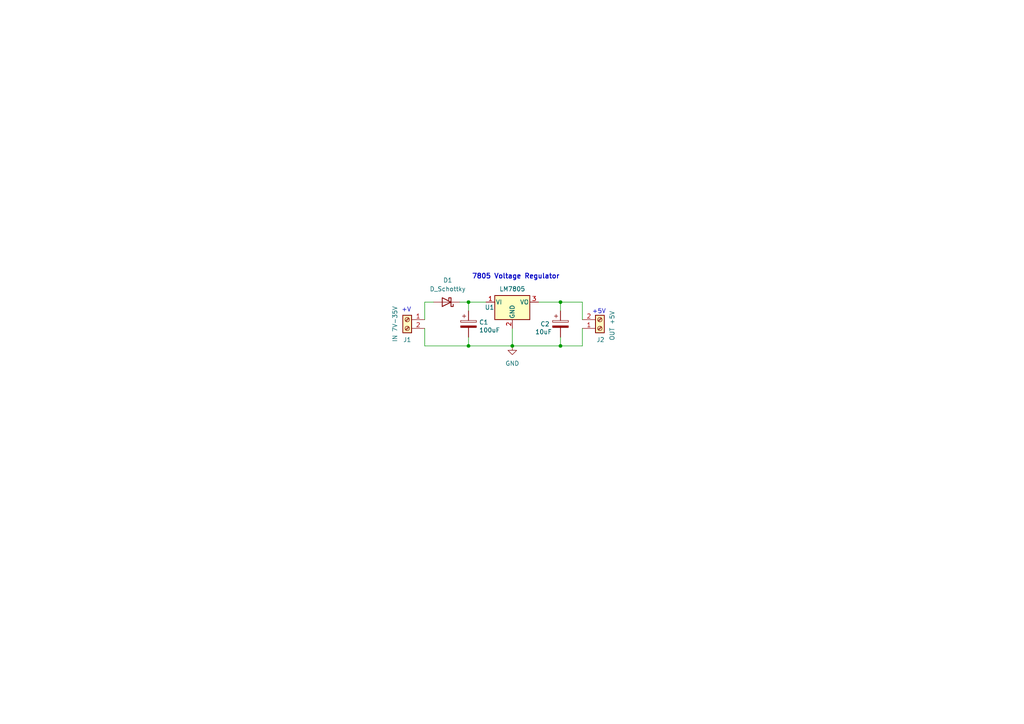
<source format=kicad_sch>
(kicad_sch
	(version 20250114)
	(generator "eeschema")
	(generator_version "9.0")
	(uuid "808cbb49-0dac-4c86-aa90-6f6fd077588f")
	(paper "A4")
	(title_block
		(title "7805 Voltage Regulator Circuit")
		(date "2025-06-4")
	)
	(lib_symbols
		(symbol "Connector:Screw_Terminal_01x02"
			(pin_names
				(offset 1.016)
				(hide yes)
			)
			(exclude_from_sim no)
			(in_bom yes)
			(on_board yes)
			(property "Reference" "J"
				(at 0 2.54 0)
				(effects
					(font
						(size 1.27 1.27)
					)
				)
			)
			(property "Value" "Screw_Terminal_01x02"
				(at 0 -5.08 0)
				(effects
					(font
						(size 1.27 1.27)
					)
				)
			)
			(property "Footprint" ""
				(at 0 0 0)
				(effects
					(font
						(size 1.27 1.27)
					)
					(hide yes)
				)
			)
			(property "Datasheet" "~"
				(at 0 0 0)
				(effects
					(font
						(size 1.27 1.27)
					)
					(hide yes)
				)
			)
			(property "Description" "Generic screw terminal, single row, 01x02, script generated (kicad-library-utils/schlib/autogen/connector/)"
				(at 0 0 0)
				(effects
					(font
						(size 1.27 1.27)
					)
					(hide yes)
				)
			)
			(property "ki_keywords" "screw terminal"
				(at 0 0 0)
				(effects
					(font
						(size 1.27 1.27)
					)
					(hide yes)
				)
			)
			(property "ki_fp_filters" "TerminalBlock*:*"
				(at 0 0 0)
				(effects
					(font
						(size 1.27 1.27)
					)
					(hide yes)
				)
			)
			(symbol "Screw_Terminal_01x02_1_1"
				(rectangle
					(start -1.27 1.27)
					(end 1.27 -3.81)
					(stroke
						(width 0.254)
						(type default)
					)
					(fill
						(type background)
					)
				)
				(polyline
					(pts
						(xy -0.5334 0.3302) (xy 0.3302 -0.508)
					)
					(stroke
						(width 0.1524)
						(type default)
					)
					(fill
						(type none)
					)
				)
				(polyline
					(pts
						(xy -0.5334 -2.2098) (xy 0.3302 -3.048)
					)
					(stroke
						(width 0.1524)
						(type default)
					)
					(fill
						(type none)
					)
				)
				(polyline
					(pts
						(xy -0.3556 0.508) (xy 0.508 -0.3302)
					)
					(stroke
						(width 0.1524)
						(type default)
					)
					(fill
						(type none)
					)
				)
				(polyline
					(pts
						(xy -0.3556 -2.032) (xy 0.508 -2.8702)
					)
					(stroke
						(width 0.1524)
						(type default)
					)
					(fill
						(type none)
					)
				)
				(circle
					(center 0 0)
					(radius 0.635)
					(stroke
						(width 0.1524)
						(type default)
					)
					(fill
						(type none)
					)
				)
				(circle
					(center 0 -2.54)
					(radius 0.635)
					(stroke
						(width 0.1524)
						(type default)
					)
					(fill
						(type none)
					)
				)
				(pin passive line
					(at -5.08 0 0)
					(length 3.81)
					(name "Pin_1"
						(effects
							(font
								(size 1.27 1.27)
							)
						)
					)
					(number "1"
						(effects
							(font
								(size 1.27 1.27)
							)
						)
					)
				)
				(pin passive line
					(at -5.08 -2.54 0)
					(length 3.81)
					(name "Pin_2"
						(effects
							(font
								(size 1.27 1.27)
							)
						)
					)
					(number "2"
						(effects
							(font
								(size 1.27 1.27)
							)
						)
					)
				)
			)
			(embedded_fonts no)
		)
		(symbol "Device:C_Polarized"
			(pin_numbers
				(hide yes)
			)
			(pin_names
				(offset 0.254)
			)
			(exclude_from_sim no)
			(in_bom yes)
			(on_board yes)
			(property "Reference" "C"
				(at 0.635 2.54 0)
				(effects
					(font
						(size 1.27 1.27)
					)
					(justify left)
				)
			)
			(property "Value" "C_Polarized"
				(at 0.635 -2.54 0)
				(effects
					(font
						(size 1.27 1.27)
					)
					(justify left)
				)
			)
			(property "Footprint" ""
				(at 0.9652 -3.81 0)
				(effects
					(font
						(size 1.27 1.27)
					)
					(hide yes)
				)
			)
			(property "Datasheet" "~"
				(at 0 0 0)
				(effects
					(font
						(size 1.27 1.27)
					)
					(hide yes)
				)
			)
			(property "Description" "Polarized capacitor"
				(at 0 0 0)
				(effects
					(font
						(size 1.27 1.27)
					)
					(hide yes)
				)
			)
			(property "ki_keywords" "cap capacitor"
				(at 0 0 0)
				(effects
					(font
						(size 1.27 1.27)
					)
					(hide yes)
				)
			)
			(property "ki_fp_filters" "CP_*"
				(at 0 0 0)
				(effects
					(font
						(size 1.27 1.27)
					)
					(hide yes)
				)
			)
			(symbol "C_Polarized_0_1"
				(rectangle
					(start -2.286 0.508)
					(end 2.286 1.016)
					(stroke
						(width 0)
						(type default)
					)
					(fill
						(type none)
					)
				)
				(polyline
					(pts
						(xy -1.778 2.286) (xy -0.762 2.286)
					)
					(stroke
						(width 0)
						(type default)
					)
					(fill
						(type none)
					)
				)
				(polyline
					(pts
						(xy -1.27 2.794) (xy -1.27 1.778)
					)
					(stroke
						(width 0)
						(type default)
					)
					(fill
						(type none)
					)
				)
				(rectangle
					(start 2.286 -0.508)
					(end -2.286 -1.016)
					(stroke
						(width 0)
						(type default)
					)
					(fill
						(type outline)
					)
				)
			)
			(symbol "C_Polarized_1_1"
				(pin passive line
					(at 0 3.81 270)
					(length 2.794)
					(name "~"
						(effects
							(font
								(size 1.27 1.27)
							)
						)
					)
					(number "1"
						(effects
							(font
								(size 1.27 1.27)
							)
						)
					)
				)
				(pin passive line
					(at 0 -3.81 90)
					(length 2.794)
					(name "~"
						(effects
							(font
								(size 1.27 1.27)
							)
						)
					)
					(number "2"
						(effects
							(font
								(size 1.27 1.27)
							)
						)
					)
				)
			)
			(embedded_fonts no)
		)
		(symbol "Device:D_Schottky"
			(pin_numbers
				(hide yes)
			)
			(pin_names
				(offset 1.016)
				(hide yes)
			)
			(exclude_from_sim no)
			(in_bom yes)
			(on_board yes)
			(property "Reference" "D"
				(at 0 2.54 0)
				(effects
					(font
						(size 1.27 1.27)
					)
				)
			)
			(property "Value" "D_Schottky"
				(at 0 -2.54 0)
				(effects
					(font
						(size 1.27 1.27)
					)
				)
			)
			(property "Footprint" ""
				(at 0 0 0)
				(effects
					(font
						(size 1.27 1.27)
					)
					(hide yes)
				)
			)
			(property "Datasheet" "~"
				(at 0 0 0)
				(effects
					(font
						(size 1.27 1.27)
					)
					(hide yes)
				)
			)
			(property "Description" "Schottky diode"
				(at 0 0 0)
				(effects
					(font
						(size 1.27 1.27)
					)
					(hide yes)
				)
			)
			(property "ki_keywords" "diode Schottky"
				(at 0 0 0)
				(effects
					(font
						(size 1.27 1.27)
					)
					(hide yes)
				)
			)
			(property "ki_fp_filters" "TO-???* *_Diode_* *SingleDiode* D_*"
				(at 0 0 0)
				(effects
					(font
						(size 1.27 1.27)
					)
					(hide yes)
				)
			)
			(symbol "D_Schottky_0_1"
				(polyline
					(pts
						(xy -1.905 0.635) (xy -1.905 1.27) (xy -1.27 1.27) (xy -1.27 -1.27) (xy -0.635 -1.27) (xy -0.635 -0.635)
					)
					(stroke
						(width 0.254)
						(type default)
					)
					(fill
						(type none)
					)
				)
				(polyline
					(pts
						(xy 1.27 1.27) (xy 1.27 -1.27) (xy -1.27 0) (xy 1.27 1.27)
					)
					(stroke
						(width 0.254)
						(type default)
					)
					(fill
						(type none)
					)
				)
				(polyline
					(pts
						(xy 1.27 0) (xy -1.27 0)
					)
					(stroke
						(width 0)
						(type default)
					)
					(fill
						(type none)
					)
				)
			)
			(symbol "D_Schottky_1_1"
				(pin passive line
					(at -3.81 0 0)
					(length 2.54)
					(name "K"
						(effects
							(font
								(size 1.27 1.27)
							)
						)
					)
					(number "1"
						(effects
							(font
								(size 1.27 1.27)
							)
						)
					)
				)
				(pin passive line
					(at 3.81 0 180)
					(length 2.54)
					(name "A"
						(effects
							(font
								(size 1.27 1.27)
							)
						)
					)
					(number "2"
						(effects
							(font
								(size 1.27 1.27)
							)
						)
					)
				)
			)
			(embedded_fonts no)
		)
		(symbol "Regulator_Linear:LM7805_TO220"
			(pin_names
				(offset 0.254)
			)
			(exclude_from_sim no)
			(in_bom yes)
			(on_board yes)
			(property "Reference" "U"
				(at -3.81 3.175 0)
				(effects
					(font
						(size 1.27 1.27)
					)
				)
			)
			(property "Value" "LM7805_TO220"
				(at 0 3.175 0)
				(effects
					(font
						(size 1.27 1.27)
					)
					(justify left)
				)
			)
			(property "Footprint" "Package_TO_SOT_THT:TO-220-3_Vertical"
				(at 0 5.715 0)
				(effects
					(font
						(size 1.27 1.27)
						(italic yes)
					)
					(hide yes)
				)
			)
			(property "Datasheet" "https://www.onsemi.cn/PowerSolutions/document/MC7800-D.PDF"
				(at 0 -1.27 0)
				(effects
					(font
						(size 1.27 1.27)
					)
					(hide yes)
				)
			)
			(property "Description" "Positive 1A 35V Linear Regulator, Fixed Output 5V, TO-220"
				(at 0 0 0)
				(effects
					(font
						(size 1.27 1.27)
					)
					(hide yes)
				)
			)
			(property "ki_keywords" "Voltage Regulator 1A Positive"
				(at 0 0 0)
				(effects
					(font
						(size 1.27 1.27)
					)
					(hide yes)
				)
			)
			(property "ki_fp_filters" "TO?220*"
				(at 0 0 0)
				(effects
					(font
						(size 1.27 1.27)
					)
					(hide yes)
				)
			)
			(symbol "LM7805_TO220_0_1"
				(rectangle
					(start -5.08 1.905)
					(end 5.08 -5.08)
					(stroke
						(width 0.254)
						(type default)
					)
					(fill
						(type background)
					)
				)
			)
			(symbol "LM7805_TO220_1_1"
				(pin power_in line
					(at -7.62 0 0)
					(length 2.54)
					(name "VI"
						(effects
							(font
								(size 1.27 1.27)
							)
						)
					)
					(number "1"
						(effects
							(font
								(size 1.27 1.27)
							)
						)
					)
				)
				(pin power_in line
					(at 0 -7.62 90)
					(length 2.54)
					(name "GND"
						(effects
							(font
								(size 1.27 1.27)
							)
						)
					)
					(number "2"
						(effects
							(font
								(size 1.27 1.27)
							)
						)
					)
				)
				(pin power_out line
					(at 7.62 0 180)
					(length 2.54)
					(name "VO"
						(effects
							(font
								(size 1.27 1.27)
							)
						)
					)
					(number "3"
						(effects
							(font
								(size 1.27 1.27)
							)
						)
					)
				)
			)
			(embedded_fonts no)
		)
		(symbol "power:GND"
			(power)
			(pin_numbers
				(hide yes)
			)
			(pin_names
				(offset 0)
				(hide yes)
			)
			(exclude_from_sim no)
			(in_bom yes)
			(on_board yes)
			(property "Reference" "#PWR"
				(at 0 -6.35 0)
				(effects
					(font
						(size 1.27 1.27)
					)
					(hide yes)
				)
			)
			(property "Value" "GND"
				(at 0 -3.81 0)
				(effects
					(font
						(size 1.27 1.27)
					)
				)
			)
			(property "Footprint" ""
				(at 0 0 0)
				(effects
					(font
						(size 1.27 1.27)
					)
					(hide yes)
				)
			)
			(property "Datasheet" ""
				(at 0 0 0)
				(effects
					(font
						(size 1.27 1.27)
					)
					(hide yes)
				)
			)
			(property "Description" "Power symbol creates a global label with name \"GND\" , ground"
				(at 0 0 0)
				(effects
					(font
						(size 1.27 1.27)
					)
					(hide yes)
				)
			)
			(property "ki_keywords" "global power"
				(at 0 0 0)
				(effects
					(font
						(size 1.27 1.27)
					)
					(hide yes)
				)
			)
			(symbol "GND_0_1"
				(polyline
					(pts
						(xy 0 0) (xy 0 -1.27) (xy 1.27 -1.27) (xy 0 -2.54) (xy -1.27 -1.27) (xy 0 -1.27)
					)
					(stroke
						(width 0)
						(type default)
					)
					(fill
						(type none)
					)
				)
			)
			(symbol "GND_1_1"
				(pin power_in line
					(at 0 0 270)
					(length 0)
					(name "~"
						(effects
							(font
								(size 1.27 1.27)
							)
						)
					)
					(number "1"
						(effects
							(font
								(size 1.27 1.27)
							)
						)
					)
				)
			)
			(embedded_fonts no)
		)
	)
	(text "+V"
		(exclude_from_sim no)
		(at 117.856 89.916 0)
		(effects
			(font
				(size 1.27 1.27)
			)
		)
		(uuid "5a350ec6-4588-46a6-85e1-40988acef1e0")
	)
	(text "7805 Voltage Regulator"
		(exclude_from_sim no)
		(at 149.606 80.264 0)
		(effects
			(font
				(size 1.397 1.397)
				(thickness 0.254)
				(bold yes)
			)
		)
		(uuid "68d39f23-2a77-4bb2-9723-1a00f455cb03")
	)
	(text "+5V"
		(exclude_from_sim no)
		(at 173.736 90.424 0)
		(effects
			(font
				(size 1.27 1.27)
			)
		)
		(uuid "b984e9db-ce20-4c9c-9ed0-0d3f0cb4cb6f")
	)
	(junction
		(at 135.89 100.33)
		(diameter 0)
		(color 0 0 0 0)
		(uuid "19f1ebc0-c250-42a9-abc7-342bcab5d97f")
	)
	(junction
		(at 148.59 100.33)
		(diameter 0)
		(color 0 0 0 0)
		(uuid "28d5d209-352e-4b32-8486-ae5f5ebb0ea2")
	)
	(junction
		(at 162.56 100.33)
		(diameter 0)
		(color 0 0 0 0)
		(uuid "7cbd7ee6-f712-44b3-9e30-f544bebd980f")
	)
	(junction
		(at 162.56 87.63)
		(diameter 0)
		(color 0 0 0 0)
		(uuid "aad005c2-859d-4016-9824-bbd13a1a2e71")
	)
	(junction
		(at 135.89 87.63)
		(diameter 0)
		(color 0 0 0 0)
		(uuid "ecb7a6a6-f4b5-4f2c-ba24-1b24a4fcbd65")
	)
	(wire
		(pts
			(xy 162.56 90.17) (xy 162.56 87.63)
		)
		(stroke
			(width 0)
			(type default)
		)
		(uuid "03d6cc62-019a-412a-9c94-5b022ecd1804")
	)
	(wire
		(pts
			(xy 133.35 87.63) (xy 135.89 87.63)
		)
		(stroke
			(width 0)
			(type default)
		)
		(uuid "0e5d1773-3c6f-4bbe-9c23-c46adda0b7e1")
	)
	(wire
		(pts
			(xy 123.19 87.63) (xy 125.73 87.63)
		)
		(stroke
			(width 0)
			(type default)
		)
		(uuid "19953bed-9f94-4c57-a2d3-f92bb3c131e3")
	)
	(wire
		(pts
			(xy 156.21 87.63) (xy 162.56 87.63)
		)
		(stroke
			(width 0)
			(type default)
		)
		(uuid "34392922-1d8f-4553-a955-c6956fd4aeac")
	)
	(wire
		(pts
			(xy 162.56 97.79) (xy 162.56 100.33)
		)
		(stroke
			(width 0)
			(type default)
		)
		(uuid "3c72c23f-6074-4f9d-af95-fbb13fd4a3ac")
	)
	(wire
		(pts
			(xy 135.89 90.17) (xy 135.89 87.63)
		)
		(stroke
			(width 0)
			(type default)
		)
		(uuid "3ed3db90-c0f8-4082-9c7a-5becdc986900")
	)
	(wire
		(pts
			(xy 162.56 87.63) (xy 168.91 87.63)
		)
		(stroke
			(width 0)
			(type default)
		)
		(uuid "4f68446e-9e8b-43f5-9cf7-8fb674af2290")
	)
	(wire
		(pts
			(xy 148.59 95.25) (xy 148.59 100.33)
		)
		(stroke
			(width 0)
			(type default)
		)
		(uuid "60b45ec6-fd15-49da-971c-e167dd583f42")
	)
	(wire
		(pts
			(xy 135.89 100.33) (xy 148.59 100.33)
		)
		(stroke
			(width 0)
			(type default)
		)
		(uuid "68b11873-56e3-4539-86d2-e9ca9d174ae7")
	)
	(wire
		(pts
			(xy 123.19 100.33) (xy 135.89 100.33)
		)
		(stroke
			(width 0)
			(type default)
		)
		(uuid "a59a6e94-e38f-4f16-a198-ca8dae59404b")
	)
	(wire
		(pts
			(xy 123.19 95.25) (xy 123.19 100.33)
		)
		(stroke
			(width 0)
			(type default)
		)
		(uuid "aa321235-b339-4623-9046-e3fc0cf1f8bb")
	)
	(wire
		(pts
			(xy 123.19 87.63) (xy 123.19 92.71)
		)
		(stroke
			(width 0)
			(type default)
		)
		(uuid "c0fcc1b0-2c94-4ebf-a334-3473aaa71463")
	)
	(wire
		(pts
			(xy 162.56 100.33) (xy 168.91 100.33)
		)
		(stroke
			(width 0)
			(type default)
		)
		(uuid "c330fbaa-6edf-4ae1-848f-1dcb12a9931c")
	)
	(wire
		(pts
			(xy 135.89 97.79) (xy 135.89 100.33)
		)
		(stroke
			(width 0)
			(type default)
		)
		(uuid "c40c937d-d4e0-4f80-bb41-d2656fcbca0b")
	)
	(wire
		(pts
			(xy 168.91 95.25) (xy 168.91 100.33)
		)
		(stroke
			(width 0)
			(type default)
		)
		(uuid "d4776df8-e918-4568-a294-a70e32d4762d")
	)
	(wire
		(pts
			(xy 135.89 87.63) (xy 140.97 87.63)
		)
		(stroke
			(width 0)
			(type default)
		)
		(uuid "d6c1711c-9052-4d9d-9846-dc7e3ee3cb32")
	)
	(wire
		(pts
			(xy 168.91 92.71) (xy 168.91 87.63)
		)
		(stroke
			(width 0)
			(type default)
		)
		(uuid "f4d74ca6-ea03-4745-88e6-128c9f070dd7")
	)
	(wire
		(pts
			(xy 162.56 100.33) (xy 148.59 100.33)
		)
		(stroke
			(width 0)
			(type default)
		)
		(uuid "fc91e453-7aef-4798-bee6-cfb0fe2a9668")
	)
	(symbol
		(lib_id "Device:D_Schottky")
		(at 129.54 87.63 180)
		(unit 1)
		(exclude_from_sim no)
		(in_bom yes)
		(on_board yes)
		(dnp no)
		(fields_autoplaced yes)
		(uuid "1b2de67c-f616-427c-a92a-16a139af1f04")
		(property "Reference" "D1"
			(at 129.8575 81.28 0)
			(effects
				(font
					(size 1.27 1.27)
				)
			)
		)
		(property "Value" "D_Schottky"
			(at 129.8575 83.82 0)
			(effects
				(font
					(size 1.27 1.27)
				)
			)
		)
		(property "Footprint" "Diode_SMD:D_0805_2012Metric"
			(at 129.54 87.63 0)
			(effects
				(font
					(size 1.27 1.27)
				)
				(hide yes)
			)
		)
		(property "Datasheet" "~"
			(at 129.54 87.63 0)
			(effects
				(font
					(size 1.27 1.27)
				)
				(hide yes)
			)
		)
		(property "Description" "Schottky diode"
			(at 129.54 87.63 0)
			(effects
				(font
					(size 1.27 1.27)
				)
				(hide yes)
			)
		)
		(pin "2"
			(uuid "64282871-3783-4463-b2ad-c268f8b54029")
		)
		(pin "1"
			(uuid "03da7234-f89e-40d1-9dc7-be1823e25d2f")
		)
		(instances
			(project ""
				(path "/808cbb49-0dac-4c86-aa90-6f6fd077588f"
					(reference "D1")
					(unit 1)
				)
			)
		)
	)
	(symbol
		(lib_id "Connector:Screw_Terminal_01x02")
		(at 118.11 92.71 0)
		(mirror y)
		(unit 1)
		(exclude_from_sim no)
		(in_bom yes)
		(on_board yes)
		(dnp no)
		(uuid "3f10104b-5c4f-4c67-9dd9-fc9a8dbd583e")
		(property "Reference" "J1"
			(at 118.11 98.552 0)
			(effects
				(font
					(size 1.27 1.27)
				)
			)
		)
		(property "Value" "IN 7V-35V"
			(at 114.554 93.98 90)
			(effects
				(font
					(size 1.27 1.27)
				)
			)
		)
		(property "Footprint" "TerminalBlock:TerminalBlock_bornier-2_P5.08mm"
			(at 118.11 92.71 0)
			(effects
				(font
					(size 1.27 1.27)
				)
				(hide yes)
			)
		)
		(property "Datasheet" "~"
			(at 118.11 92.71 0)
			(effects
				(font
					(size 1.27 1.27)
				)
				(hide yes)
			)
		)
		(property "Description" "Generic screw terminal, single row, 01x02, script generated (kicad-library-utils/schlib/autogen/connector/)"
			(at 118.11 92.71 0)
			(effects
				(font
					(size 1.27 1.27)
				)
				(hide yes)
			)
		)
		(pin "1"
			(uuid "48ebcbe3-932f-4691-aad2-86c7fb5c2cda")
		)
		(pin "2"
			(uuid "21219e05-3daf-47e5-8467-d9b2afa08b8c")
		)
		(instances
			(project ""
				(path "/808cbb49-0dac-4c86-aa90-6f6fd077588f"
					(reference "J1")
					(unit 1)
				)
			)
		)
	)
	(symbol
		(lib_id "Connector:Screw_Terminal_01x02")
		(at 173.99 95.25 0)
		(mirror x)
		(unit 1)
		(exclude_from_sim no)
		(in_bom yes)
		(on_board yes)
		(dnp no)
		(uuid "501b27a9-27d1-4ebc-97a8-aeb91d6733e7")
		(property "Reference" "J2"
			(at 172.974 98.552 0)
			(effects
				(font
					(size 1.27 1.27)
				)
				(justify left)
			)
		)
		(property "Value" "OUT +5V"
			(at 177.546 98.806 90)
			(effects
				(font
					(size 1.27 1.27)
				)
				(justify right)
			)
		)
		(property "Footprint" "TerminalBlock:TerminalBlock_bornier-2_P5.08mm"
			(at 173.99 95.25 0)
			(effects
				(font
					(size 1.27 1.27)
				)
				(hide yes)
			)
		)
		(property "Datasheet" "~"
			(at 173.99 95.25 0)
			(effects
				(font
					(size 1.27 1.27)
				)
				(hide yes)
			)
		)
		(property "Description" "Generic screw terminal, single row, 01x02, script generated (kicad-library-utils/schlib/autogen/connector/)"
			(at 173.99 95.25 0)
			(effects
				(font
					(size 1.27 1.27)
				)
				(hide yes)
			)
		)
		(pin "1"
			(uuid "f183b5da-ac83-44de-a18e-ad24d891e0d3")
		)
		(pin "2"
			(uuid "3a0d2755-6e40-4845-afd6-6c02a21c6bb0")
		)
		(instances
			(project "7805_regulator"
				(path "/808cbb49-0dac-4c86-aa90-6f6fd077588f"
					(reference "J2")
					(unit 1)
				)
			)
		)
	)
	(symbol
		(lib_id "Device:C_Polarized")
		(at 162.56 93.98 0)
		(unit 1)
		(exclude_from_sim no)
		(in_bom yes)
		(on_board yes)
		(dnp no)
		(uuid "7fb54e3d-bd18-4397-9633-8d708106c2ab")
		(property "Reference" "C2"
			(at 156.718 93.98 0)
			(effects
				(font
					(size 1.27 1.27)
				)
				(justify left)
			)
		)
		(property "Value" "10uF"
			(at 155.194 96.266 0)
			(effects
				(font
					(size 1.27 1.27)
				)
				(justify left)
			)
		)
		(property "Footprint" "Capacitor_THT:CP_Radial_D5.0mm_P2.50mm"
			(at 163.5252 97.79 0)
			(effects
				(font
					(size 1.27 1.27)
				)
				(hide yes)
			)
		)
		(property "Datasheet" "~"
			(at 162.56 93.98 0)
			(effects
				(font
					(size 1.27 1.27)
				)
				(hide yes)
			)
		)
		(property "Description" "Polarized capacitor"
			(at 162.56 93.98 0)
			(effects
				(font
					(size 1.27 1.27)
				)
				(hide yes)
			)
		)
		(pin "2"
			(uuid "e23121ad-a57a-47e5-bdd6-257e07a7394e")
		)
		(pin "1"
			(uuid "0f2455c8-d4a9-49eb-8087-d6d2bcddf920")
		)
		(instances
			(project "7805_regulator"
				(path "/808cbb49-0dac-4c86-aa90-6f6fd077588f"
					(reference "C2")
					(unit 1)
				)
			)
		)
	)
	(symbol
		(lib_id "power:GND")
		(at 148.59 100.33 0)
		(unit 1)
		(exclude_from_sim no)
		(in_bom yes)
		(on_board yes)
		(dnp no)
		(fields_autoplaced yes)
		(uuid "9533079f-15eb-4ae9-8fc5-8a76c9e2b650")
		(property "Reference" "#PWR01"
			(at 148.59 106.68 0)
			(effects
				(font
					(size 1.27 1.27)
				)
				(hide yes)
			)
		)
		(property "Value" "GND"
			(at 148.59 105.41 0)
			(effects
				(font
					(size 1.27 1.27)
				)
			)
		)
		(property "Footprint" ""
			(at 148.59 100.33 0)
			(effects
				(font
					(size 1.27 1.27)
				)
				(hide yes)
			)
		)
		(property "Datasheet" ""
			(at 148.59 100.33 0)
			(effects
				(font
					(size 1.27 1.27)
				)
				(hide yes)
			)
		)
		(property "Description" "Power symbol creates a global label with name \"GND\" , ground"
			(at 148.59 100.33 0)
			(effects
				(font
					(size 1.27 1.27)
				)
				(hide yes)
			)
		)
		(pin "1"
			(uuid "8cfaf830-187f-4f41-868b-baf6674b830f")
		)
		(instances
			(project ""
				(path "/808cbb49-0dac-4c86-aa90-6f6fd077588f"
					(reference "#PWR01")
					(unit 1)
				)
			)
		)
	)
	(symbol
		(lib_id "Device:C_Polarized")
		(at 135.89 93.98 0)
		(unit 1)
		(exclude_from_sim no)
		(in_bom yes)
		(on_board yes)
		(dnp no)
		(uuid "a6e9bbe6-39a5-4a63-9593-04d2b4a7085f")
		(property "Reference" "C1"
			(at 138.938 93.472 0)
			(effects
				(font
					(size 1.27 1.27)
				)
				(justify left)
			)
		)
		(property "Value" "100uF"
			(at 138.938 95.758 0)
			(effects
				(font
					(size 1.27 1.27)
				)
				(justify left)
			)
		)
		(property "Footprint" "Capacitor_THT:CP_Radial_D5.0mm_P2.50mm"
			(at 136.8552 97.79 0)
			(effects
				(font
					(size 1.27 1.27)
				)
				(hide yes)
			)
		)
		(property "Datasheet" "~"
			(at 135.89 93.98 0)
			(effects
				(font
					(size 1.27 1.27)
				)
				(hide yes)
			)
		)
		(property "Description" "Polarized capacitor"
			(at 135.89 93.98 0)
			(effects
				(font
					(size 1.27 1.27)
				)
				(hide yes)
			)
		)
		(pin "2"
			(uuid "f3d71b21-47e5-4cf3-ad21-57813e45c2bd")
		)
		(pin "1"
			(uuid "db2495ec-8b34-4485-9138-f59db81a04e8")
		)
		(instances
			(project ""
				(path "/808cbb49-0dac-4c86-aa90-6f6fd077588f"
					(reference "C1")
					(unit 1)
				)
			)
		)
	)
	(symbol
		(lib_id "Regulator_Linear:LM7805_TO220")
		(at 148.59 87.63 0)
		(unit 1)
		(exclude_from_sim no)
		(in_bom yes)
		(on_board yes)
		(dnp no)
		(uuid "b0fd1b1c-718c-4b88-83c3-2e048fc00691")
		(property "Reference" "U1"
			(at 141.986 89.154 0)
			(effects
				(font
					(size 1.27 1.27)
				)
			)
		)
		(property "Value" "LM7805"
			(at 148.59 83.82 0)
			(effects
				(font
					(size 1.27 1.27)
				)
			)
		)
		(property "Footprint" "Package_TO_SOT_THT:TO-220-3_Vertical"
			(at 148.59 81.915 0)
			(effects
				(font
					(size 1.27 1.27)
					(italic yes)
				)
				(hide yes)
			)
		)
		(property "Datasheet" "https://www.onsemi.cn/PowerSolutions/document/MC7800-D.PDF"
			(at 148.59 88.9 0)
			(effects
				(font
					(size 1.27 1.27)
				)
				(hide yes)
			)
		)
		(property "Description" "Positive 1A 35V Linear Regulator, Fixed Output 5V, TO-220"
			(at 148.59 87.63 0)
			(effects
				(font
					(size 1.27 1.27)
				)
				(hide yes)
			)
		)
		(pin "1"
			(uuid "00447ab7-3277-4925-8671-205a7d5299d0")
		)
		(pin "2"
			(uuid "f1f79b75-4292-4051-a1b3-f52b3aa12930")
		)
		(pin "3"
			(uuid "25c2326e-6b70-4ba2-ac7b-d81375cac6ce")
		)
		(instances
			(project ""
				(path "/808cbb49-0dac-4c86-aa90-6f6fd077588f"
					(reference "U1")
					(unit 1)
				)
			)
		)
	)
	(sheet_instances
		(path "/"
			(page "1")
		)
	)
	(embedded_fonts no)
)

</source>
